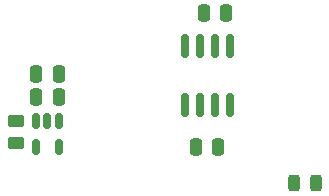
<source format=gtp>
G04 #@! TF.GenerationSoftware,KiCad,Pcbnew,8.0.7*
G04 #@! TF.CreationDate,2025-01-24T14:26:26+01:00*
G04 #@! TF.ProjectId,STM32F4_GateSignalGenerator_GateDriver,53544d33-3246-4345-9f47-617465536967,rev?*
G04 #@! TF.SameCoordinates,Original*
G04 #@! TF.FileFunction,Paste,Top*
G04 #@! TF.FilePolarity,Positive*
%FSLAX46Y46*%
G04 Gerber Fmt 4.6, Leading zero omitted, Abs format (unit mm)*
G04 Created by KiCad (PCBNEW 8.0.7) date 2025-01-24 14:26:26*
%MOMM*%
%LPD*%
G01*
G04 APERTURE LIST*
G04 Aperture macros list*
%AMRoundRect*
0 Rectangle with rounded corners*
0 $1 Rounding radius*
0 $2 $3 $4 $5 $6 $7 $8 $9 X,Y pos of 4 corners*
0 Add a 4 corners polygon primitive as box body*
4,1,4,$2,$3,$4,$5,$6,$7,$8,$9,$2,$3,0*
0 Add four circle primitives for the rounded corners*
1,1,$1+$1,$2,$3*
1,1,$1+$1,$4,$5*
1,1,$1+$1,$6,$7*
1,1,$1+$1,$8,$9*
0 Add four rect primitives between the rounded corners*
20,1,$1+$1,$2,$3,$4,$5,0*
20,1,$1+$1,$4,$5,$6,$7,0*
20,1,$1+$1,$6,$7,$8,$9,0*
20,1,$1+$1,$8,$9,$2,$3,0*%
G04 Aperture macros list end*
%ADD10RoundRect,0.243750X0.243750X0.456250X-0.243750X0.456250X-0.243750X-0.456250X0.243750X-0.456250X0*%
%ADD11RoundRect,0.150000X-0.150000X0.512500X-0.150000X-0.512500X0.150000X-0.512500X0.150000X0.512500X0*%
%ADD12RoundRect,0.250000X0.250000X0.475000X-0.250000X0.475000X-0.250000X-0.475000X0.250000X-0.475000X0*%
%ADD13RoundRect,0.150000X-0.150000X0.825000X-0.150000X-0.825000X0.150000X-0.825000X0.150000X0.825000X0*%
%ADD14RoundRect,0.250000X-0.450000X0.262500X-0.450000X-0.262500X0.450000X-0.262500X0.450000X0.262500X0*%
G04 APERTURE END LIST*
D10*
X148807500Y-116760000D03*
X146932500Y-116760000D03*
D11*
X127040000Y-111467500D03*
X126090000Y-111467500D03*
X125140000Y-111467500D03*
X125140000Y-113742500D03*
X127040000Y-113742500D03*
D12*
X140540000Y-113670000D03*
X138640000Y-113670000D03*
D13*
X141535000Y-105165000D03*
X140265000Y-105165000D03*
X138995000Y-105165000D03*
X137725000Y-105165000D03*
X137725000Y-110115000D03*
X138995000Y-110115000D03*
X140265000Y-110115000D03*
X141535000Y-110115000D03*
D12*
X141250000Y-102340000D03*
X139350000Y-102340000D03*
D14*
X123440000Y-111505000D03*
X123440000Y-113330000D03*
D12*
X127040988Y-107515907D03*
X125140988Y-107515907D03*
X127040000Y-109480000D03*
X125140000Y-109480000D03*
M02*

</source>
